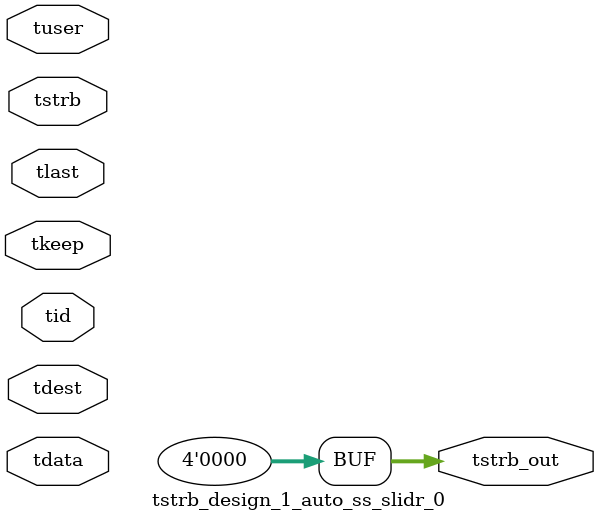
<source format=v>


`timescale 1ps/1ps

module tstrb_design_1_auto_ss_slidr_0 #
(
parameter C_S_AXIS_TDATA_WIDTH = 32,
parameter C_S_AXIS_TUSER_WIDTH = 0,
parameter C_S_AXIS_TID_WIDTH   = 0,
parameter C_S_AXIS_TDEST_WIDTH = 0,
parameter C_M_AXIS_TDATA_WIDTH = 32
)
(
input  [(C_S_AXIS_TDATA_WIDTH == 0 ? 1 : C_S_AXIS_TDATA_WIDTH)-1:0     ] tdata,
input  [(C_S_AXIS_TUSER_WIDTH == 0 ? 1 : C_S_AXIS_TUSER_WIDTH)-1:0     ] tuser,
input  [(C_S_AXIS_TID_WIDTH   == 0 ? 1 : C_S_AXIS_TID_WIDTH)-1:0       ] tid,
input  [(C_S_AXIS_TDEST_WIDTH == 0 ? 1 : C_S_AXIS_TDEST_WIDTH)-1:0     ] tdest,
input  [(C_S_AXIS_TDATA_WIDTH/8)-1:0 ] tkeep,
input  [(C_S_AXIS_TDATA_WIDTH/8)-1:0 ] tstrb,
input                                                                    tlast,
output [(C_M_AXIS_TDATA_WIDTH/8)-1:0 ] tstrb_out
);

assign tstrb_out = {1'b0};

endmodule


</source>
